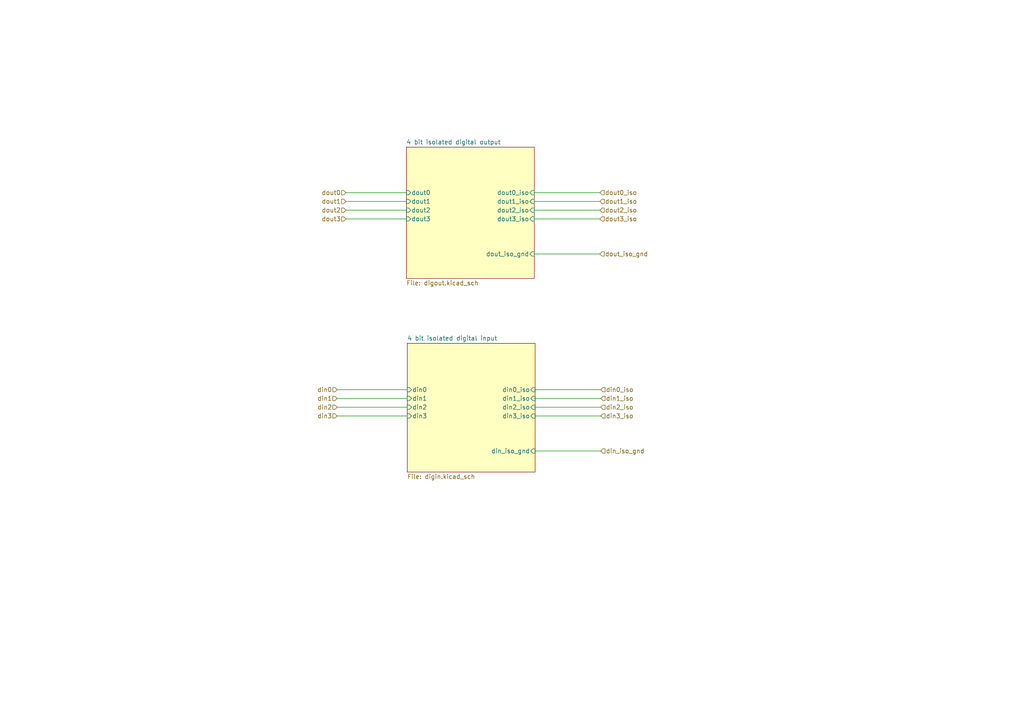
<source format=kicad_sch>
(kicad_sch
	(version 20250114)
	(generator "eeschema")
	(generator_version "9.0")
	(uuid "34c8af98-2094-43b4-b211-91a57b19b6a7")
	(paper "A4")
	(lib_symbols)
	(wire
		(pts
			(xy 155.194 130.81) (xy 174.244 130.81)
		)
		(stroke
			(width 0)
			(type default)
		)
		(uuid "067d8bea-e39a-400a-ae0a-b027ed3cf6d3")
	)
	(wire
		(pts
			(xy 100.33 63.5) (xy 117.856 63.5)
		)
		(stroke
			(width 0)
			(type default)
		)
		(uuid "07cf06ca-c306-4390-a32c-7c1c16365f13")
	)
	(wire
		(pts
			(xy 100.33 58.42) (xy 117.856 58.42)
		)
		(stroke
			(width 0)
			(type default)
		)
		(uuid "0eb39994-90a8-4ff0-bf3b-7d6ec5a59aa6")
	)
	(wire
		(pts
			(xy 97.79 113.03) (xy 118.11 113.03)
		)
		(stroke
			(width 0)
			(type default)
		)
		(uuid "202afb3b-bfde-4936-93d2-9174a60edbe1")
	)
	(wire
		(pts
			(xy 97.79 120.65) (xy 118.11 120.65)
		)
		(stroke
			(width 0)
			(type default)
		)
		(uuid "22fc60d7-8291-48f3-9243-ec3848c75c52")
	)
	(wire
		(pts
			(xy 154.94 60.96) (xy 173.99 60.96)
		)
		(stroke
			(width 0)
			(type default)
		)
		(uuid "3ad04d27-b54c-468a-99dd-47c9a61f12d8")
	)
	(wire
		(pts
			(xy 155.194 120.65) (xy 174.244 120.65)
		)
		(stroke
			(width 0)
			(type default)
		)
		(uuid "42c15eed-e889-428f-a46f-f866526d4244")
	)
	(wire
		(pts
			(xy 154.94 58.42) (xy 173.99 58.42)
		)
		(stroke
			(width 0)
			(type default)
		)
		(uuid "657b35d4-0191-4d01-b617-d70d34c37c78")
	)
	(wire
		(pts
			(xy 155.194 115.57) (xy 174.244 115.57)
		)
		(stroke
			(width 0)
			(type default)
		)
		(uuid "6cce8a10-ba34-42ff-adb9-ca11af41b28b")
	)
	(wire
		(pts
			(xy 155.194 113.03) (xy 174.244 113.03)
		)
		(stroke
			(width 0)
			(type default)
		)
		(uuid "912d79c7-4acb-4c55-a0cb-67a1a331fb4a")
	)
	(wire
		(pts
			(xy 100.33 60.96) (xy 117.856 60.96)
		)
		(stroke
			(width 0)
			(type default)
		)
		(uuid "925fbe0a-4d0f-4768-9381-305bdc131d9a")
	)
	(wire
		(pts
			(xy 154.94 55.88) (xy 173.99 55.88)
		)
		(stroke
			(width 0)
			(type default)
		)
		(uuid "a558e12a-577e-4ca6-8fc4-088d9d012a0b")
	)
	(wire
		(pts
			(xy 154.94 63.5) (xy 173.99 63.5)
		)
		(stroke
			(width 0)
			(type default)
		)
		(uuid "ad773bfa-191a-44ba-ab6e-27132dd8cd24")
	)
	(wire
		(pts
			(xy 97.79 118.11) (xy 118.11 118.11)
		)
		(stroke
			(width 0)
			(type default)
		)
		(uuid "b37fcf2c-8d2d-4280-afd6-10d888b5f557")
	)
	(wire
		(pts
			(xy 154.94 73.66) (xy 173.99 73.66)
		)
		(stroke
			(width 0)
			(type default)
		)
		(uuid "b4f25084-adcb-4e69-a8a2-a6bed3c5292b")
	)
	(wire
		(pts
			(xy 155.194 118.11) (xy 174.244 118.11)
		)
		(stroke
			(width 0)
			(type default)
		)
		(uuid "e206e4e0-b8ed-4c0a-8b72-e710f2c72e13")
	)
	(wire
		(pts
			(xy 97.79 115.57) (xy 118.11 115.57)
		)
		(stroke
			(width 0)
			(type default)
		)
		(uuid "e40991a0-6923-4dd9-8bf7-8b32d59581ab")
	)
	(wire
		(pts
			(xy 100.33 55.88) (xy 117.856 55.88)
		)
		(stroke
			(width 0)
			(type default)
		)
		(uuid "fbc75bc7-3df6-41e1-b51c-e08905ce9150")
	)
	(hierarchical_label "dout0"
		(shape input)
		(at 100.33 55.88 180)
		(effects
			(font
				(size 1.27 1.27)
			)
			(justify right)
		)
		(uuid "00a5bd5e-aac7-42f9-b33f-bd6fdca2a98a")
	)
	(hierarchical_label "dout3"
		(shape input)
		(at 100.33 63.5 180)
		(effects
			(font
				(size 1.27 1.27)
			)
			(justify right)
		)
		(uuid "1251ec03-b894-479a-b879-017e23a5ec8e")
	)
	(hierarchical_label "dout1"
		(shape input)
		(at 100.33 58.42 180)
		(effects
			(font
				(size 1.27 1.27)
			)
			(justify right)
		)
		(uuid "170d7631-b850-4924-9195-c3a83a65e9f2")
	)
	(hierarchical_label "dout2_iso"
		(shape input)
		(at 173.99 60.96 0)
		(effects
			(font
				(size 1.27 1.27)
			)
			(justify left)
		)
		(uuid "24d06391-4ada-424d-8906-ff43d3483250")
	)
	(hierarchical_label "dout_iso_gnd"
		(shape input)
		(at 173.99 73.66 0)
		(effects
			(font
				(size 1.27 1.27)
			)
			(justify left)
		)
		(uuid "3e5d50bb-10b8-4ed3-8e9f-c475143daa9e")
	)
	(hierarchical_label "din2"
		(shape input)
		(at 97.79 118.11 180)
		(effects
			(font
				(size 1.27 1.27)
			)
			(justify right)
		)
		(uuid "3e67906b-88ab-442f-b4ab-ff993f141f39")
	)
	(hierarchical_label "din0_iso"
		(shape input)
		(at 174.244 113.03 0)
		(effects
			(font
				(size 1.27 1.27)
			)
			(justify left)
		)
		(uuid "4c8fd088-7cd4-4e75-8bd2-24fe13a248a5")
	)
	(hierarchical_label "din1"
		(shape input)
		(at 97.79 115.57 180)
		(effects
			(font
				(size 1.27 1.27)
			)
			(justify right)
		)
		(uuid "52cde453-6be0-4279-abed-b00182e277c4")
	)
	(hierarchical_label "dout0_iso"
		(shape input)
		(at 173.99 55.88 0)
		(effects
			(font
				(size 1.27 1.27)
			)
			(justify left)
		)
		(uuid "5cfb0bf3-2b21-4510-986b-c558b94c4047")
	)
	(hierarchical_label "din3_iso"
		(shape input)
		(at 174.244 120.65 0)
		(effects
			(font
				(size 1.27 1.27)
			)
			(justify left)
		)
		(uuid "6416f157-5045-43a2-9f1d-ee3ad12037a7")
	)
	(hierarchical_label "dout1_iso"
		(shape input)
		(at 173.99 58.42 0)
		(effects
			(font
				(size 1.27 1.27)
			)
			(justify left)
		)
		(uuid "651f8935-91f7-485e-8b63-88d60481f606")
	)
	(hierarchical_label "din3"
		(shape input)
		(at 97.79 120.65 180)
		(effects
			(font
				(size 1.27 1.27)
			)
			(justify right)
		)
		(uuid "99c3c5a0-08cd-43c8-b6bb-f2f658711042")
	)
	(hierarchical_label "din0"
		(shape input)
		(at 97.79 113.03 180)
		(effects
			(font
				(size 1.27 1.27)
			)
			(justify right)
		)
		(uuid "c651c79e-0052-4418-a6ac-93dde9576b36")
	)
	(hierarchical_label "dout2"
		(shape input)
		(at 100.33 60.96 180)
		(effects
			(font
				(size 1.27 1.27)
			)
			(justify right)
		)
		(uuid "d32e0f0d-d272-44b4-99d8-de5f0e8b8d4f")
	)
	(hierarchical_label "din1_iso"
		(shape input)
		(at 174.244 115.57 0)
		(effects
			(font
				(size 1.27 1.27)
			)
			(justify left)
		)
		(uuid "d33c77f3-8070-4e04-82be-a72157eb41a5")
	)
	(hierarchical_label "din2_iso"
		(shape input)
		(at 174.244 118.11 0)
		(effects
			(font
				(size 1.27 1.27)
			)
			(justify left)
		)
		(uuid "df57588b-f19d-495e-acee-26030f315fc0")
	)
	(hierarchical_label "din_iso_gnd"
		(shape input)
		(at 174.244 130.81 0)
		(effects
			(font
				(size 1.27 1.27)
			)
			(justify left)
		)
		(uuid "f4ea7127-b13d-4104-be82-18a0dc54142f")
	)
	(hierarchical_label "dout3_iso"
		(shape input)
		(at 173.99 63.5 0)
		(effects
			(font
				(size 1.27 1.27)
			)
			(justify left)
		)
		(uuid "f577b779-419a-445f-9ad2-acbc28d3f8c0")
	)
	(sheet
		(at 117.856 42.672)
		(size 37.084 38.1)
		(exclude_from_sim no)
		(in_bom yes)
		(on_board yes)
		(dnp no)
		(fields_autoplaced yes)
		(stroke
			(width 0.1524)
			(type solid)
		)
		(fill
			(color 255 255 194 1.0000)
		)
		(uuid "84c3e299-56b9-4043-9091-ed3bb176fd4f")
		(property "Sheetname" "4 bit isolated digital output"
			(at 117.856 41.9604 0)
			(effects
				(font
					(size 1.27 1.27)
				)
				(justify left bottom)
			)
		)
		(property "Sheetfile" "digout.kicad_sch"
			(at 117.856 81.3566 0)
			(effects
				(font
					(size 1.27 1.27)
				)
				(justify left top)
			)
		)
		(pin "dout0" input
			(at 117.856 55.88 180)
			(uuid "b9c35f18-d79f-4e27-93d1-3642f5e8b3a7")
			(effects
				(font
					(size 1.27 1.27)
				)
				(justify left)
			)
		)
		(pin "dout1" input
			(at 117.856 58.42 180)
			(uuid "fde7a9e6-db36-4071-b3a3-53dddcf53652")
			(effects
				(font
					(size 1.27 1.27)
				)
				(justify left)
			)
		)
		(pin "dout2" input
			(at 117.856 60.96 180)
			(uuid "162169ab-1ccc-40aa-a496-6b6c9a38423f")
			(effects
				(font
					(size 1.27 1.27)
				)
				(justify left)
			)
		)
		(pin "dout3" input
			(at 117.856 63.5 180)
			(uuid "a3aa5fa9-47be-4011-8672-25863f6e26b1")
			(effects
				(font
					(size 1.27 1.27)
				)
				(justify left)
			)
		)
		(pin "dout1_iso" input
			(at 154.94 58.42 0)
			(uuid "d743b037-741e-46de-baad-8c91e6c0f7ed")
			(effects
				(font
					(size 1.27 1.27)
				)
				(justify right)
			)
		)
		(pin "dout2_iso" input
			(at 154.94 60.96 0)
			(uuid "b6fb15b7-ad85-45be-97d0-a896674ba760")
			(effects
				(font
					(size 1.27 1.27)
				)
				(justify right)
			)
		)
		(pin "dout3_iso" input
			(at 154.94 63.5 0)
			(uuid "2ae02100-20f5-4037-8b70-c10b7f11ca26")
			(effects
				(font
					(size 1.27 1.27)
				)
				(justify right)
			)
		)
		(pin "dout0_iso" input
			(at 154.94 55.88 0)
			(uuid "8a01e471-15ec-4764-bca3-a4006c68b35b")
			(effects
				(font
					(size 1.27 1.27)
				)
				(justify right)
			)
		)
		(pin "dout_iso_gnd" input
			(at 154.94 73.66 0)
			(uuid "766f509b-31a0-4ec8-a229-529bbeff3f94")
			(effects
				(font
					(size 1.27 1.27)
				)
				(justify right)
			)
		)
		(instances
			(project "psc_daughter_brd"
				(path "/40891cc8-bf64-41f4-8f69-a607d7b280eb/51fccaf4-2eda-46a3-96f9-c741792eba0f"
					(page "13")
				)
			)
		)
	)
	(sheet
		(at 118.11 99.568)
		(size 37.084 37.338)
		(exclude_from_sim no)
		(in_bom yes)
		(on_board yes)
		(dnp no)
		(fields_autoplaced yes)
		(stroke
			(width 0.1524)
			(type solid)
		)
		(fill
			(color 255 255 194 1.0000)
		)
		(uuid "e0aa7f64-0a32-4be9-b0d8-80395ba4c75d")
		(property "Sheetname" "4 bit isolated digital input"
			(at 118.11 98.8564 0)
			(effects
				(font
					(size 1.27 1.27)
				)
				(justify left bottom)
			)
		)
		(property "Sheetfile" "digin.kicad_sch"
			(at 118.11 137.4906 0)
			(effects
				(font
					(size 1.27 1.27)
				)
				(justify left top)
			)
		)
		(pin "din2" input
			(at 118.11 118.11 180)
			(uuid "8698691c-793b-48b3-83e1-ccc5a1c9eef4")
			(effects
				(font
					(size 1.27 1.27)
				)
				(justify left)
			)
		)
		(pin "din3" input
			(at 118.11 120.65 180)
			(uuid "5b3619e3-208f-4457-8437-c3d00e783b7e")
			(effects
				(font
					(size 1.27 1.27)
				)
				(justify left)
			)
		)
		(pin "din2_iso" input
			(at 155.194 118.11 0)
			(uuid "e7367226-2e30-4b5f-a70b-329eb1a03988")
			(effects
				(font
					(size 1.27 1.27)
				)
				(justify right)
			)
		)
		(pin "din0_iso" input
			(at 155.194 113.03 0)
			(uuid "d840ea4d-323c-4f36-9d90-185dcea80acf")
			(effects
				(font
					(size 1.27 1.27)
				)
				(justify right)
			)
		)
		(pin "din1" input
			(at 118.11 115.57 180)
			(uuid "319fbe6a-e3a7-4ca2-96bc-199f72f2ec84")
			(effects
				(font
					(size 1.27 1.27)
				)
				(justify left)
			)
		)
		(pin "din0" input
			(at 118.11 113.03 180)
			(uuid "e2f1456d-c3c0-49d5-b2ef-f489cd0a5b74")
			(effects
				(font
					(size 1.27 1.27)
				)
				(justify left)
			)
		)
		(pin "din1_iso" input
			(at 155.194 115.57 0)
			(uuid "12036e78-1033-403b-97f4-6f4c075b6221")
			(effects
				(font
					(size 1.27 1.27)
				)
				(justify right)
			)
		)
		(pin "din_iso_gnd" input
			(at 155.194 130.81 0)
			(uuid "f9767302-6aba-4bda-8675-5ef21e1586a8")
			(effects
				(font
					(size 1.27 1.27)
				)
				(justify right)
			)
		)
		(pin "din3_iso" input
			(at 155.194 120.65 0)
			(uuid "e779aa20-92e6-4d81-a49d-677a10ad7e7e")
			(effects
				(font
					(size 1.27 1.27)
				)
				(justify right)
			)
		)
		(instances
			(project "psc_daughter_brd"
				(path "/40891cc8-bf64-41f4-8f69-a607d7b280eb/51fccaf4-2eda-46a3-96f9-c741792eba0f"
					(page "14")
				)
			)
		)
	)
)

</source>
